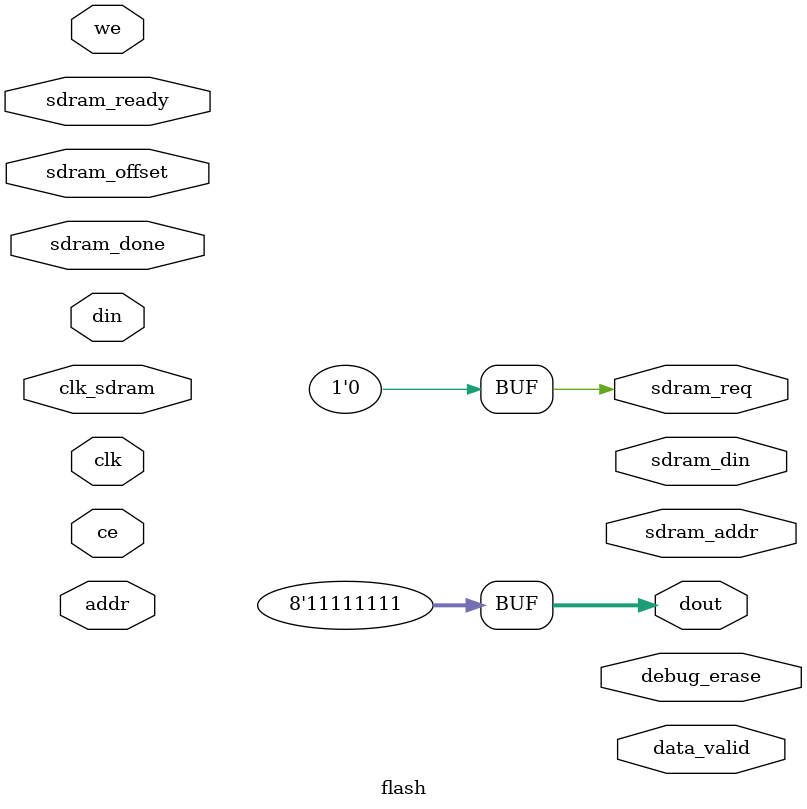
<source format=sv>
module flash (
	input             clk,
	input             clk_sdram,
	input      [22:0] addr,
	input       [7:0] din,
	output      [7:0] dout,
	output            data_valid,
	input             we,
	input             ce,
	input             sdram_ready,
	input             sdram_done,
	output reg [26:0] sdram_addr,
	output reg  [7:0] sdram_din,
	output reg        sdram_req,
	input      [26:0] sdram_offset,
	output            debug_erase
);

assign sdram_req = 1'b0;
assign dout = '1;

endmodule

</source>
